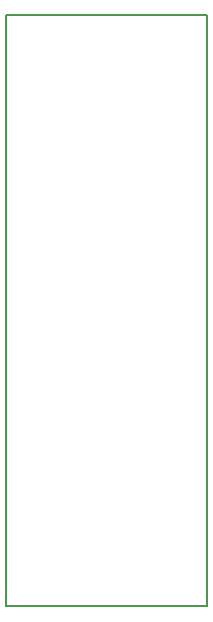
<source format=gbr>
%TF.GenerationSoftware,KiCad,Pcbnew,8.0.1*%
%TF.CreationDate,2024-10-17T14:11:07-05:00*%
%TF.ProjectId,sip-board,7369702d-626f-4617-9264-2e6b69636164,rev?*%
%TF.SameCoordinates,Original*%
%TF.FileFunction,Profile,NP*%
%FSLAX46Y46*%
G04 Gerber Fmt 4.6, Leading zero omitted, Abs format (unit mm)*
G04 Created by KiCad (PCBNEW 8.0.1) date 2024-10-17 14:11:07*
%MOMM*%
%LPD*%
G01*
G04 APERTURE LIST*
%TA.AperFunction,Profile*%
%ADD10C,0.200000*%
%TD*%
G04 APERTURE END LIST*
D10*
X137000000Y-78620000D02*
X154000000Y-78620000D01*
X154000000Y-128620000D01*
X137000000Y-128620000D01*
X137000000Y-78620000D01*
M02*

</source>
